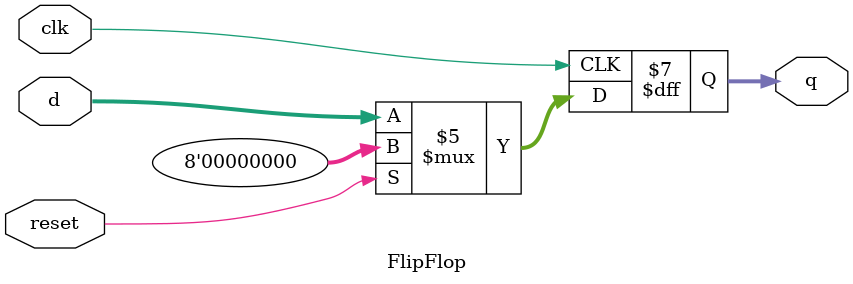
<source format=v>
`timescale 1ns / 1ps


module FlipFlop(clk, reset, d, q);

// I/O
input clk;
input reset;
input [7:0]d;
output reg [7:0]q = 0;

//Behavior

always @(posedge clk) begin
    if(reset == 1'b1)
        q = 8'b00000000;
    else
        q = d;
    end
endmodule

</source>
